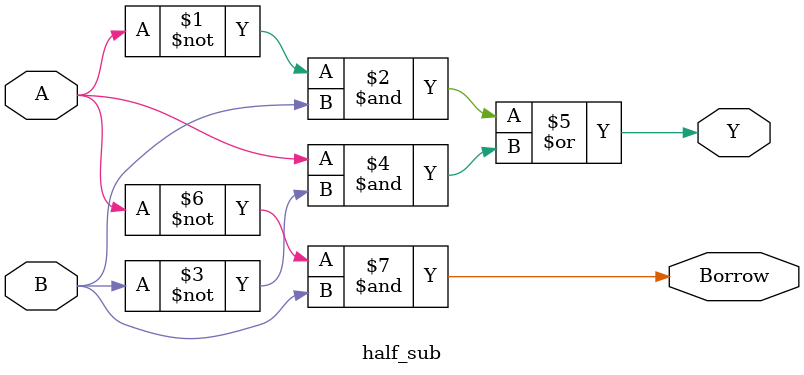
<source format=v>
    module half_sub(
        input A, B,
        output Y, Borrow
        );
        
        assign Y = (~A & B) | (A & ~B);
        assign Borrow = ~A & B;
        
endmodule
</source>
